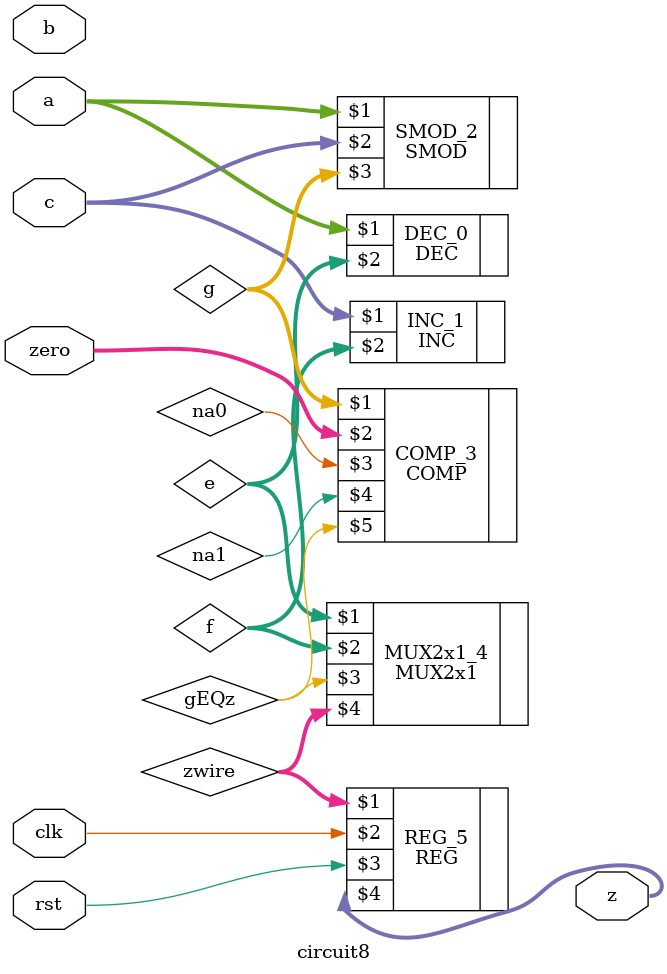
<source format=v>
`timescale 1ns / 1ps

module circuit8(clk, rst, a, b, c, zero, z);
	input clk, rst;
	input signed [63:0] a, b, c, zero;

	output signed [63:0] z;

	wire gEQz;
	wire [63:0] e, f, g, zwire;

	wire na0, na1;

	DEC #(64) DEC_0(a, e);
	INC #(64) INC_1(c, f);
	SMOD #(64) SMOD_2(a, c, g);
	COMP #(64) COMP_3(g, zero, na0, na1, gEQz);
	MUX2x1 #(64) MUX2x1_4(e, f, gEQz, zwire);
	REG #(64) REG_5(zwire, clk, rst, z);

endmodule

</source>
